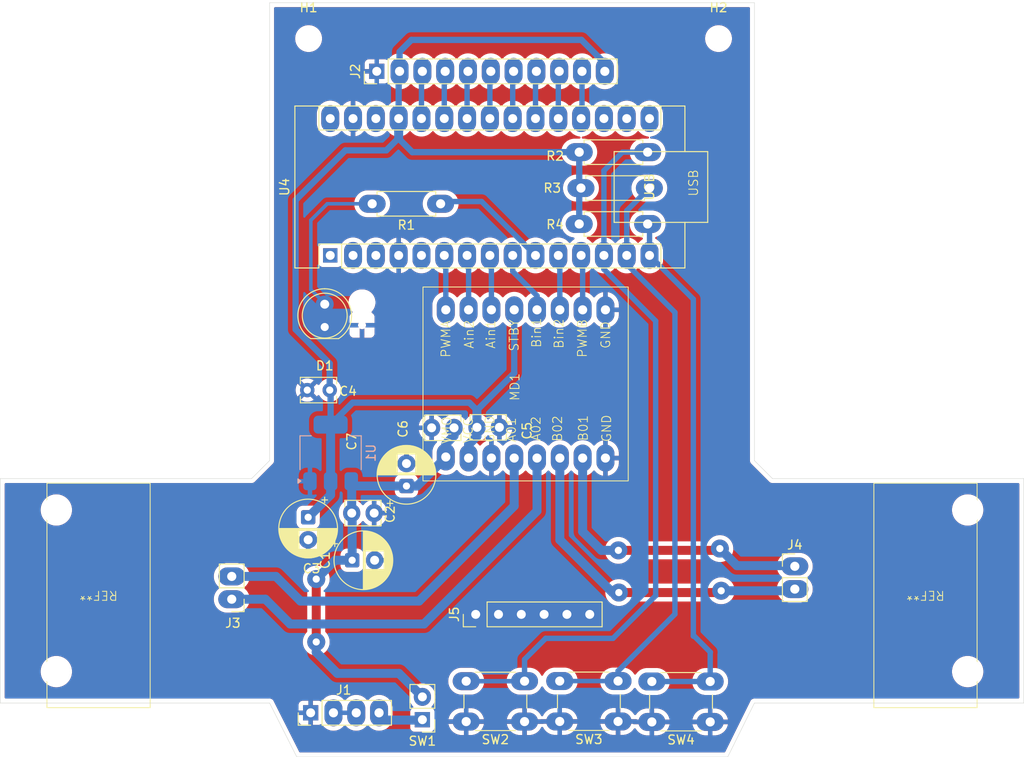
<source format=kicad_pcb>
(kicad_pcb (version 20241229) (generator "pcbnew") (generator_version "9.0")
  (layers (0 "F.Cu" signal) (2 "B.Cu" signal) (13 "F.Paste" user) (15 "B.Paste" user) (5 "F.SilkS" user "F.Silkscreen") (7 "B.SilkS" user "B.Silkscreen") (1 "F.Mask" user) (3 "B.Mask" user) (25 "Edge.Cuts" user))
  (net 0 "")
  (net 1 "/A3")
  (net 2 "/A1")
  (net 3 "/A6")
  (net 4 "/A0")
  (net 5 "/A5")
  (net 6 "/A7")
  (net 7 "/A4")
  (net 8 "GND")
  (net 9 "/A2")
  (net 10 "/Bin1")
  (net 11 "/PWMA")
  (net 12 "/MR2")
  (net 13 "/Ain2")
  (net 14 "/MR1")
  (net 15 "+5V")
  (net 16 "/ML2")
  (net 17 "/Ain1")
  (net 18 "/ML1")
  (net 19 "/Bin2")
  (net 20 "+7.5V")
  (net 21 "/PWMB")
  (net 22 "/SW1")
  (net 23 "/SW2")
  (net 24 "/SW3")
  (net 25 "Net-(D1-A)")
  (net 26 "Net-(J1-Pin_2)")
  (net 27 "Net-(J1-Pin_4)")
  (net 28 "/LED")
  (net 32 "/RX")
  (net 35 "/TX")
  (footprint "MountingHole:MountingHole_2.5mm" (layer "F.Cu") (at 173.7044 58.3524)
    (property "Reference" "H2" (at 0 -3.45 0) (layer "F.SilkS"))
    (property "Value" "MountingHole")
    (pad "" np_thru_hole circle (at 0 0) (size 2.5 2.5) (drill 2.5) (layers "*.Cu" "*.Mask"))
  )
  (footprint "Resistor_THT:R_Axial_DIN0207_L6.3mm_D2.5mm_P7.62mm_Horizontal" (layer "F.Cu") (at 165.81 71 180)
    (property "Reference" "R2" (at 10.31 -0.436 0) (layer "F.SilkS"))
    (property "Value" "10K")
    (pad "1" thru_hole oval (at 0 0 180) (size 3 2) (drill 1.02) (layers "*.Cu" "*.Mask") (net 22 "/SW1"))
    (pad "2" thru_hole oval (at 7.62 0 180) (size 3 2) (drill 1.02) (layers "*.Cu" "*.Mask") (net 15 "+5V"))
  )
  (footprint "MountingHole:MountingHole_2.5mm" (layer "F.Cu") (at 128.05 58.3524)
    (property "Reference" "H1" (at 0 -3.45 0) (layer "F.SilkS"))
    (property "Value" "MountingHole")
    (pad "" np_thru_hole circle (at 0 0) (size 2.5 2.5) (drill 2.5) (layers "*.Cu" "*.Mask"))
  )
  (footprint "prashantkicadlibrary:Motor Brackets" (layer "F.Cu") (at 196.7528 119.3688 180)
    (property "Reference" "REF**" (at 0 -1 180) (layer "F.SilkS") (effects (font (thickness 0.1))))
    (property "Value" "Motor Brackets")
    (pad "" np_thru_hole circle (at -4.7016 -9.4836 180) (size 3 3) (drill 3) (layers "*.Cu" "*.Mask"))
    (pad "" np_thru_hole circle (at -4.7016 8.5164 180) (size 3 3) (drill 3) (layers "*.Cu" "*.Mask"))
  )
  (footprint "Connector_PinHeader_2.54mm:PinHeader_1x02_P2.54mm_Vertical" (layer "F.Cu") (at 119.488 120.7912 180)
    (property "Reference" "J3" (at -0.127 -2.662 0) (layer "F.SilkS"))
    (property "Value" "Motor_Left")
    (pad "1" thru_hole oval (at 0 0 180) (size 3 2) (drill 1.02) (layers "*.Cu" "*.Mask") (net 16 "/ML2"))
    (pad "2" thru_hole oval (at 0 2.54 180) (size 3 2) (drill 1.02) (layers "*.Cu" "*.Mask") (net 18 "/ML1"))
  )
  (footprint "Button_Switch_THT:SW_PUSH_6mm" (layer "F.Cu") (at 152.1004 134.4204 180)
    (property "Reference" "SW2" (at 3.25 -2 0) (layer "F.SilkS"))
    (property "Value" "SW_Push")
    (pad "1" thru_hole oval (at 0 0 180) (size 3 2) (drill 1.02) (layers "*.Cu" "*.Mask") (net 8 "GND"))
    (pad "1" thru_hole oval (at 6.5 0 180) (size 3 2) (drill 1.02) (layers "*.Cu" "*.Mask") (net 8 "GND"))
    (pad "2" thru_hole oval (at 0 4.5 180) (size 3 2) (drill 1.02) (layers "*.Cu" "*.Mask") (net 22 "/SW1"))
    (pad "2" thru_hole oval (at 6.5 4.5 180) (size 3 2) (drill 1.02) (layers "*.Cu" "*.Mask") (net 22 "/SW1"))
  )
  (footprint "Connector_PinHeader_2.54mm:PinHeader_1x04_P2.54mm_Vertical" (layer "F.Cu") (at 128.2764 133.4404 90)
    (property "Reference" "J1" (at 2.54 3.683 180) (layer "F.SilkS"))
    (property "Value" "Power_supply")
    (pad "1" thru_hole rect (at 0 0 90) (size 1.7 1.7) (drill 1) (layers "*.Cu" "*.Mask") (net 8 "GND"))
    (pad "2" thru_hole oval (at 0 2.54 90) (size 3 2) (drill 1.02) (layers "*.Cu" "*.Mask") (net 26 "Net-(J1-Pin_2)"))
    (pad "3" thru_hole oval (at 0 5.08 90) (size 3 2) (drill 1.02) (layers "*.Cu" "*.Mask") (net 26 "Net-(J1-Pin_2)"))
    (pad "4" thru_hole oval (at 0 7.62 90) (size 3 2) (drill 1.02) (layers "*.Cu" "*.Mask") (net 27 "Net-(J1-Pin_4)"))
  )
  (footprint "Connector_PinHeader_2.54mm:PinHeader_1x02_P2.54mm_Vertical" (layer "F.Cu") (at 182.2 117.125)
    (property "Reference" "J4" (at 0 -2.38 0) (layer "F.SilkS"))
    (property "Value" "Motor_Right")
    (pad "1" thru_hole oval (at 0 0) (size 3 2) (drill 1.02) (layers "*.Cu" "*.Mask") (net 12 "/MR2"))
    (pad "2" thru_hole oval (at 0 2.54) (size 3 2) (drill 1.02) (layers "*.Cu" "*.Mask") (net 14 "/MR1"))
  )
  (footprint "Capacitor_THT:CP_Radial_D6.3mm_P2.50mm" (layer "F.Cu") (at 132.9 116.45)
    (property "Reference" "C1" (at -3.00862 0 90) (layer "F.SilkS"))
    (property "Value" "10uf")
    (pad "1" thru_hole roundrect (at 0 0) (size 1.6 1.6) (drill 0.8) (layers "*.Cu" "*.Mask") (roundrect_rratio 0.15625) (net 20 "+7.5V"))
    (pad "2" thru_hole oval (at 2.5 0) (size 1.905 2) (drill 1) (layers "*.Cu" "*.Mask") (net 8 "GND"))
  )
  (footprint "Connector_PinHeader_2.54mm:PinHeader_1x02_P2.54mm_Vertical" (layer "F.Cu") (at 140.7224 134.2074 180)
    (property "Reference" "SW1" (at 0 -2.38 0) (layer "F.SilkS"))
    (property "Value" "SW_SPST")
    (pad "1" thru_hole rect (at 0 0 180) (size 1.7 1.7) (drill 1) (layers "*.Cu" "*.Mask") (net 27 "Net-(J1-Pin_4)"))
    (pad "2" thru_hole oval (at 0 2.54 180) (size 1.905 2) (drill 1) (layers "*.Cu" "*.Mask") (net 20 "+7.5V"))
  )
  (footprint "LED_THT:LED_D5.0mm" (layer "F.Cu") (at 129.8448 90.4748 90)
    (property "Reference" "D1" (at -4.318 0 180) (layer "F.SilkS"))
    (property "Value" "LED")
    (pad "1" thru_hole rect (at 0 0 90) (size 1.8 1.8) (drill 0.9) (layers "*.Cu" "*.Mask") (net 8 "GND"))
    (pad "2" thru_hole oval (at 2.54 0 90) (size 1.905 2) (drill 1) (layers "*.Cu" "*.Mask") (net 25 "Net-(D1-A)"))
  )
  (footprint "micromouse1.0:tbfng motor driver" (layer "F.Cu") (at 152.2192 97.45 90)
    (property "Reference" "MD1" (at 0.3 -1.2 90) (layer "F.SilkS") (effects (font (thickness 0.1))))
    (property "Value" "~")
    (fp_text user "GND" (at 4.5 9.5 90) (layer "F.SilkS") (effects (font (thickness 0.1)) (justify left bottom)))
    (fp_text user "PWMA" (at 3.5 -8.3 90) (layer "F.SilkS") (effects (font (thickness 0.1)) (justify left bottom)))
    (fp_text user "B01" (at -5.8 7 90) (layer "F.SilkS") (effects (font (thickness 0.1)) (justify left bottom)))
    (fp_text user "Bin1" (at 4.6 1.8 90) (layer "F.SilkS") (effects (font (thickness 0.1)) (justify left bottom)))
    (fp_text user "A02" (at -5.8 1.740482 90) (layer "F.SilkS") (effects (font (thickness 0.1)) (justify left bottom)))
    (fp_text user "STBY" (at 4.2 -0.7 90) (layer "F.SilkS") (effects (font (thickness 0.1)) (justify left bottom)))
    (fp_text user "B02" (at -5.86064 4.135764 90) (layer "F.SilkS") (effects (font (thickness 0.1)) (justify left bottom)))
    (fp_text user "Bin2" (at 4.5 4.3 90) (layer "F.SilkS") (effects (font (thickness 0.1)) (justify left bottom)))
    (fp_text user "PWMB" (at 3.5 6.9 90) (layer "F.SilkS") (effects (font (thickness 0.1)) (justify left bottom)))
    (fp_text user "VMO" (at -6.1 -8.2 90) (layer "F.SilkS") (effects (font (thickness 0.1)) (justify left bottom)))
    (fp_text user "A01" (at -5.927114 -1.006122 90) (layer "F.SilkS") (effects (font (thickness 0.1)) (justify left bottom)))
    (fp_text user "Ain1" (at 4.5 -3.3 90) (layer "F.SilkS") (effects (font (thickness 0.1)) (justify left bottom)))
    (fp_text user "GND" (at -5.986263 -3.401675 90) (layer "F.SilkS") (effects (font (thickness 0.1)) (justify left bottom)))
    (fp_text user "Ain2" (at 4.5 -5.7 90) (layer "F.SilkS") (effects (font (thickness 0.1)) (justify left bottom)))
    (fp_text user "GND" (at -5.9 9.6 90) (layer "F.SilkS") (effects (font (thickness 0.1)) (justify left bottom)))
    (fp_text user "VCC" (at -6.021405 -5.809036 90) (layer "F.SilkS") (effects (font (thickness 0.1)) (justify left bottom)))
    (pad "1" thru_hole oval (at -7.5 -8.89 90) (size 3 2) (drill 1.02) (layers "*.Cu" "*.Mask") (net 20 "+7.5V"))
    (pad "2" thru_hole oval (at -7.62 -6.35 90) (size 3 2) (drill 1.02) (layers "*.Cu" "*.Mask") (net 15 "+5V"))
    (pad "3" thru_hole oval (at -7.62 -3.81 90) (size 3 2) (drill 1.02) (layers "*.Cu" "*.Mask") (net 8 "GND"))
    (pad "4" thru_hole oval (at -7.62 -1.27 90) (size 3 2) (drill 1.02) (layers "*.Cu" "*.Mask") (net 18 "/ML1"))
    (pad "5" thru_hole oval (at -7.62 1.27 90) (size 3 2) (drill 1.02) (layers "*.Cu" "*.Mask") (net 16 "/ML2"))
    (pad "6" thru_hole oval (at -7.62 3.81 90) (size 3 2) (drill 1.02) (layers "*.Cu" "*.Mask") (net 14 "/MR1"))
    (pad "7" thru_hole oval (at -7.62 6.35 90) (size 3 2) (drill 1.02) (layers "*.Cu" "*.Mask") (net 12 "/MR2"))
    (pad "8" thru_hole oval (at -7.62 8.89 90) (size 3 2) (drill 1.02) (layers "*.Cu" "*.Mask") (net 8 "GND"))
    (pad "9" thru_hole oval (at 8.89 8.89 90) (size 3 2) (drill 1.02) (layers "*.Cu" "*.Mask") (net 8 "GND"))
    (pad "10" thru_hole oval (at 8.89 6.35 90) (size 3 2) (drill 1.02) (layers "*.Cu" "*.Mask") (net 21 "/PWMB"))
    (pad "11" thru_hole oval (at 8.89 3.81 90) (size 3 2) (drill 1.02) (layers "*.Cu" "*.Mask") (net 19 "/Bin2"))
    (pad "12" thru_hole oval (at 8.89 1.27 90) (size 3 2) (drill 1.02) (layers "*.Cu" "*.Mask") (net 10 "/Bin1"))
    (pad "13" thru_hole oval (at 8.89 -1.27 90) (size 3 2) (drill 1.02) (layers "*.Cu" "*.Mask") (net 15 "+5V"))
    (pad "14" thru_hole oval (at 8.89 -3.81 90) (size 3 2) (drill 1.02) (layers "*.Cu" "*.Mask") (net 17 "/Ain1"))
    (pad "15" thru_hole oval (at 8.89 -6.35 90) (size 3 2) (drill 1.02) (layers "*.Cu" "*.Mask") (net 13 "/Ain2"))
    (pad "16" thru_hole oval (at 8.89 -8.89 90) (size 3 2) (drill 1.02) (layers "*.Cu" "*.Mask") (net 11 "/PWMA"))
  )
  (footprint "Capacitor_THT:C_Disc_D3.8mm_W2.6mm_P2.50mm" (layer "F.Cu") (at 149.3 101.65 180)
    (property "Reference" "C5" (at -3.068 -0.381 90) (layer "F.SilkS"))
    (property "Value" "100nf")
    (pad "1" thru_hole oval (at 0 0 180) (size 1.905 2) (drill 1) (layers "*.Cu" "*.Mask") (net 8 "GND"))
    (pad "2" thru_hole oval (at 2.5 0 180) (size 1.905 2) (drill 1) (layers "*.Cu" "*.Mask") (net 15 "+5V"))
  )
  (footprint "Resistor_THT:R_Axial_DIN0207_L6.3mm_D2.5mm_P7.62mm_Horizontal" (layer "F.Cu") (at 166 75 180)
    (property "Reference" "R3" (at 10.81 0 0) (layer "F.SilkS"))
    (property "Value" "10K")
    (pad "1" thru_hole oval (at 0 0 180) (size 3 2) (drill 1.02) (layers "*.Cu" "*.Mask") (net 23 "/SW2"))
    (pad "2" thru_hole oval (at 7.62 0 180) (size 3 2) (drill 1.02) (layers "*.Cu" "*.Mask") (net 15 "+5V"))
  )
  (footprint "Resistor_THT:R_Axial_DIN0207_L6.3mm_D2.5mm_P7.62mm_Horizontal" (layer "F.Cu") (at 165.81 79 180)
    (property "Reference" "R4" (at 10.31 -0.064 0) (layer "F.SilkS"))
    (property "Value" "10K")
    (pad "1" thru_hole oval (at 0 0 180) (size 3 2) (drill 1.02) (layers "*.Cu" "*.Mask") (net 24 "/SW3"))
    (pad "2" thru_hole oval (at 7.62 0 180) (size 3 2) (drill 1.02) (layers "*.Cu" "*.Mask") (net 15 "+5V"))
  )
  (footprint "Capacitor_THT:C_Disc_D3.8mm_W2.6mm_P2.50mm" (layer "F.Cu") (at 132.85 111.2)
    (property "Reference" "C2" (at 4.27038 0.127 90) (layer "F.SilkS"))
    (property "Value" "100nf")
    (pad "1" thru_hole oval (at 0 0) (size 1.905 2) (drill 1) (layers "*.Cu" "*.Mask") (net 20 "+7.5V"))
    (pad "2" thru_hole oval (at 2.5 0) (size 1.905 2) (drill 1) (layers "*.Cu" "*.Mask") (net 8 "GND"))
  )
  (footprint "Capacitor_THT:CP_Radial_D6.3mm_P2.50mm" (layer "F.Cu") (at 128 111.667621 -90)
    (property "Reference" "C3" (at 5.715 -0.381 0) (layer "F.SilkS"))
    (property "Value" "10uF")
    (pad "1" thru_hole roundrect (at 0 0 270) (size 1.6 1.6) (drill 0.8) (layers "*.Cu" "*.Mask") (roundrect_rratio 0.15625) (net 15 "+5V"))
    (pad "2" thru_hole oval (at 2.5 0 270) (size 1.905 2) (drill 1) (layers "*.Cu" "*.Mask") (net 8 "GND"))
  )
  (footprint "Capacitor_THT:C_Disc_D3.8mm_W2.6mm_P2.50mm" (layer "F.Cu") (at 130.4014 97.5 180)
    (property "Reference" "C4" (at -2.032 -0.127 0) (layer "F.SilkS"))
    (property "Value" "100nf")
    (pad "1" thru_hole circle (at 0 0 180) (size 1.6 1.6) (drill 0.8) (layers "*.Cu" "*.Mask") (net 15 "+5V"))
    (pad "2" thru_hole circle (at 2.5 0 180) (size 1.6 1.6) (drill 0.8) (layers "*.Cu" "*.Mask") (net 8 "GND"))
  )
  (footprint "Connector_PinHeader_2.54mm:PinHeader_1x06_P2.54mm_Vertical" (layer "F.Cu") (at 146.6596 122.4788 90)
    (property "Reference" "J5" (at 0 -2.38 90) (layer "F.SilkS"))
    (property "Value" "Conn_01x06_Socket")
    (pad "1" thru_hole rect (at 0 0 90) (size 1.7 1.7) (drill 1) (layers "*.Cu" "*.Mask"))
    (pad "2" thru_hole circle (at 0 2.54 90) (size 1.7 1.7) (drill 1) (layers "*.Cu" "*.Mask") (net 32 "/RX"))
    (pad "3" thru_hole circle (at 0 5.08 90) (size 1.7 1.7) (drill 1) (layers "*.Cu" "*.Mask") (net 35 "/TX"))
    (pad "4" thru_hole circle (at 0 7.62 90) (size 1.7 1.7) (drill 1) (layers "*.Cu" "*.Mask") (net 8 "GND"))
    (pad "5" thru_hole circle (at 0 10.16 90) (size 1.7 1.7) (drill 1) (layers "*.Cu" "*.Mask") (net 15 "+5V"))
    (pad "6" thru_hole circle (at 0 12.7 90) (size 1.7 1.7) (drill 1) (layers "*.Cu" "*.Mask"))
  )
  (footprint "Resistor_THT:R_Axial_DIN0207_L6.3mm_D2.5mm_P7.62mm_Horizontal" (layer "F.Cu") (at 142.75 76.75 180)
    (property "Reference" "R1" (at 3.81 -2.37 0) (layer "F.SilkS"))
    (property "Value" "100")
    (pad "1" thru_hole oval (at 0 0 180) (size 3 2) (drill 1.02) (layers "*.Cu" "*.Mask") (net 28 "/LED"))
    (pad "2" thru_hole oval (at 7.62 0 180) (size 3 2) (drill 1.02) (layers "*.Cu" "*.Mask") (net 25 "Net-(D1-A)"))
  )
  (footprint "Capacitor_THT:CP_Radial_D6.3mm_P2.50mm" (layer "F.Cu") (at 138.95 108.18238 90)
    (property "Reference" "C7" (at 4.953 -6.096 90) (layer "F.SilkS"))
    (property "Value" "100uf")
    (pad "1" thru_hole roundrect (at 0 0 90) (size 1.6 1.6) (drill 0.8) (layers "*.Cu" "*.Mask") (roundrect_rratio 0.15625) (net 20 "+7.5V"))
    (pad "2" thru_hole oval (at 2.5 0 90) (size 1.905 2) (drill 1) (layers "*.Cu" "*.Mask") (net 8 "GND"))
  )
  (footprint "prashantkicadlibrary:Motor Brackets" (layer "F.Cu") (at 104.656 119.3688 180)
    (property "Reference" "REF**" (at 0 -1 180) (layer "F.SilkS") (effects (font (thickness 0.1))))
    (property "Value" "Motor Brackets")
    (pad "" np_thru_hole circle (at 4.7016 -9.4836 180) (size 3 3) (drill 3) (layers "*.Cu" "*.Mask"))
    (pad "" np_thru_hole circle (at 4.7016 8.5164 180) (size 3 3) (drill 3) (layers "*.Cu" "*.Mask"))
  )
  (footprint "Connector_PinHeader_2.54mm:PinHeader_1x11_P2.54mm_Vertical" (layer "F.Cu") (at 135.64 62 90)
    (property "Reference" "J2" (at 0 -2.38 90) (layer "F.SilkS"))
    (property "Value" "Conn_01x11_Pin")
    (pad "1" thru_hole rect (at 0 0 90) (size 1.7 1.7) (drill 1) (layers "*.Cu" "*.Mask") (net 8 "GND"))
    (pad "2" thru_hole oval (at 0 2.54 90) (size 3 2) (drill 1.02) (layers "*.Cu" "*.Mask") (net 15 "+5V"))
    (pad "3" thru_hole oval (at 0 5.08 90) (size 3 2) (drill 1.02) (layers "*.Cu" "*.Mask") (net 6 "/A7"))
    (pad "4" thru_hole oval (at 0 7.62 90) (size 3 2) (drill 1.02) (layers "*.Cu" "*.Mask") (net 3 "/A6"))
    (pad "5" thru_hole oval (at 0 10.16 90) (size 3 2) (drill 1.02) (layers "*.Cu" "*.Mask") (net 5 "/A5"))
    (pad "6" thru_hole oval (at 0 12.7 90) (size 3 2) (drill 1.02) (layers "*.Cu" "*.Mask") (net 7 "/A4"))
    (pad "7" thru_hole oval (at 0 15.24 90) (size 3 2) (drill 1.02) (layers "*.Cu" "*.Mask") (net 1 "/A3"))
    (pad "8" thru_hole oval (at 0 17.78 90) (size 3 2) (drill 1.02) (layers "*.Cu" "*.Mask") (net 9 "/A2"))
    (pad "9" thru_hole oval (at 0 20.32 90) (size 3 2) (drill 1.02) (layers "*.Cu" "*.Mask") (net 2 "/A1"))
    (pad "10" thru_hole oval (at 0 22.86 90) (size 3 2) (drill 1.02) (layers "*.Cu" "*.Mask") (net 4 "/A0"))
    (pad "11" thru_hole oval (at 0 25.4 90) (size 3 2) (drill 1.02) (layers "*.Cu" "*.Mask") (net 15 "+5V"))
  )
  (footprint "Capacitor_THT:C_Disc_D3.8mm_W2.6mm_P2.50mm" (layer "F.Cu") (at 144.25 101.7 180)
    (property "Reference" "C6" (at 5.695 -0.127 90) (layer "F.SilkS"))
    (property "Value" "100nf")
    (pad "1" thru_hole oval (at 0 0 180) (size 1.905 2) (drill 1) (layers "*.Cu" "*.Mask") (net 20 "+7.5V"))
    (pad "2" thru_hole oval (at 2.5 0 180) (size 1.905 2) (drill 1) (layers "*.Cu" "*.Mask") (net 8 "GND"))
  )
  (footprint "Button_Switch_THT:SW_PUSH_6mm" (layer "F.Cu") (at 172.7772 134.4564 180)
    (property "Reference" "SW4" (at 3.25 -2 0) (layer "F.SilkS"))
    (property "Value" "SW_Push")
    (pad "1" thru_hole oval (at 0 0 180) (size 3 2) (drill 1.02) (layers "*.Cu" "*.Mask") (net 8 "GND"))
    (pad "1" thru_hole oval (at 6.5 0 180) (size 3 2) (drill 1.02) (layers "*.Cu" "*.Mask") (net 8 "GND"))
    (pad "2" thru_hole oval (at 0 4.5 180) (size 3 2) (drill 1.02) (layers "*.Cu" "*.Mask") (net 24 "/SW3"))
    (pad "2" thru_hole oval (at 6.5 4.5 180) (size 3 2) (drill 1.02) (layers "*.Cu" "*.Mask") (net 24 "/SW3"))
  )
  (footprint "Module:Arduino_Nano" (layer "F.Cu") (at 130.46 82.5 90)
    (property "Reference" "U4" (at 7.62 -5.08 90) (layer "F.SilkS"))
    (property "Value" "ARDUINO_NANO")
    (fp_text user "USB" (at 7.62 35.56 90) (layer "F.SilkS"))
    (pad "1" thru_hole rect (at 0 0 90) (size 1.6 1.6) (drill 1) (layers "*.Cu" "*.Mask") (net 32 "/RX"))
    (pad "2" thru_hole oval (at 0 2.54 90) (size 3 2) (drill 1) (layers "*.Cu" "*.Mask") (net 35 "/TX"))
    (pad "3" thru_hole oval (at 0 5.08 90) (size 3 2) (drill 1) (layers "*.Cu" "*.Mask"))
    (pad "4" thru_hole oval (at 0 7.62 90) (size 3 2) (drill 1) (layers "*.Cu" "*.Mask") (net 8 "GND"))
    (pad "5" thru_hole oval (at 0 10.16 90) (size 3 2) (drill 1) (layers "*.Cu" "*.Mask"))
    (pad "6" thru_hole oval (at 0 12.7 90) (size 3 2) (drill 1) (layers "*.Cu" "*.Mask") (net 11 "/PWMA"))
    (pad "7" thru_hole oval (at 0 15.24 90) (size 3 2) (drill 1) (layers "*.Cu" "*.Mask") (net 13 "/Ain2"))
    (pad "8" thru_hole oval (at 0 17.78 90) (size 3 2) (drill 1) (layers "*.Cu" "*.Mask") (net 17 "/Ain1"))
    (pad "9" thru_hole oval (at 0 20.32 90) (size 3 2) (drill 1) (layers "*.Cu" "*.Mask") (net 10 "/Bin1"))
    (pad "10" thru_hole oval (at 0 22.86 90) (size 3 2) (drill 1) (layers "*.Cu" "*.Mask") (net 28 "/LED"))
    (pad "11" thru_hole oval (at 0 25.4 90) (size 3 2) (drill 1) (layers "*.Cu" "*.Mask") (net 19 "/Bin2"))
    (pad "12" thru_hole oval (at 0 27.94 90) (size 3 2) (drill 1) (layers "*.Cu" "*.Mask") (net 21 "/PWMB"))
    (pad "13" thru_hole oval (at 0 30.48 90) (size 3 2) (drill 1) (layers "*.Cu" "*.Mask") (net 22 "/SW1"))
    (pad "14" thru_hole oval (at 0 33.02 90) (size 3 2) (drill 1) (layers "*.Cu" "*.Mask") (net 23 "/SW2"))
    (pad "15" thru_hole oval (at 0 35.56 90) (size 3 2) (drill 1) (layers "*.Cu" "*.Mask") (net 24 "/SW3"))
    (pad "16" thru_hole oval (at 15.24 35.56 90) (size 3 2) (drill 1) (layers "*.Cu" "*.Mask"))
    (pad "17" thru_hole oval (at 15.24 33.02 90) (size 3 2) (drill 1) (layers "*.Cu" "*.Mask"))
    (pad "18" thru_hole oval (at 15.24 30.48 90) (size 3 2) (drill 1) (layers "*.Cu" "*.Mask"))
    (pad "19" thru_hole oval (at 15.24 27.94 90) (size 3 2) (drill 1) (layers "*.Cu" "*.Mask") (net 4 "/A0"))
    (pad "20" thru_hole oval (at 15.24 25.4 90) (size 3 2) (drill 1) (layers "*.Cu" "*.Mask") (net 2 "/A1"))
    (pad "21" thru_hole oval (at 15.24 22.86 90) (size 3 2) (drill 1) (layers "*.Cu" "*.Mask") (net 9 "/A2"))
    (pad "22" thru_hole oval (at 15.24 20.32 90) (size 3 2) (drill 1) (layers "*.Cu" "*.Mask") (net 1 "/A3"))
    (pad "23" thru_hole oval (at 15.24 17.78 90) (size 3 2) (drill 1) (layers "*.Cu" "*.Mask") (net 7 "/A4"))
    (pad "24" thru_hole oval (at 15.24 15.24 90) (size 3 2) (drill 1) (layers "*.Cu" "*.Mask") (net 5 "/A5"))
    (pad "25" thru_hole oval (at 15.24 12.7 90) (size 3 2) (drill 1) (layers "*.Cu" "*.Mask") (net 3 "/A6"))
    (pad "26" thru_hole oval (at 15.24 10.16 90) (size 3 2) (drill 1) (layers "*.Cu" "*.Mask") (net 6 "/A7"))
    (pad "27" thru_hole oval (at 15.24 7.62 90) (size 3 2) (drill 1) (layers "*.Cu" "*.Mask") (net 15 "+5V"))
    (pad "28" thru_hole oval (at 15.24 5.08 90) (size 3 2) (drill 1) (layers "*.Cu" "*.Mask"))
    (pad "29" thru_hole oval (at 15.24 2.54 90) (size 3 2) (drill 1) (layers "*.Cu" "*.Mask") (net 8 "GND"))
    (pad "30" thru_hole oval (at 15.24 0 90) (size 3 2) (drill 1) (layers "*.Cu" "*.Mask"))
  )
  (footprint "Button_Switch_THT:SW_PUSH_6mm" (layer "F.Cu") (at 162.5156 134.4056 180)
    (property "Reference" "SW3" (at 3.25 -2 0) (layer "F.SilkS"))
    (property "Value" "SW_Push")
    (pad "1" thru_hole oval (at 0 0 180) (size 3 2) (drill 1.02) (layers "*.Cu" "*.Mask") (net 8 "GND"))
    (pad "1" thru_hole oval (at 6.5 0 180) (size 3 2) (drill 1.02) (layers "*.Cu" "*.Mask") (net 8 "GND"))
    (pad "2" thru_hole oval (at 0 4.5 180) (size 3 2) (drill 1.02) (layers "*.Cu" "*.Mask") (net 23 "/SW2"))
    (pad "2" thru_hole oval (at 6.5 4.5 180) (size 3 2) (drill 1.02) (layers "*.Cu" "*.Mask") (net 23 "/SW2"))
  )
  (footprint "Package_TO_SOT_SMD:SOT-223-3_TabPin2" (layer "B.Cu") (at 130.5 104.5 180)
    (property "Reference" "U1" (at -4.5 0 90) (layer "B.SilkS") (effects (justify mirror)))
    (property "Value" "AMS1117-5.0")
    (pad "1" smd roundrect (at 2.3 -3.15 270) (size 2 1.5) (layers "B.Cu" "B.Mask" "B.Paste") (net 8 "GND"))
    (pad "2" smd roundrect (at 0 -3.15 270) (size 2 1.5) (layers "B.Cu" "B.Mask" "B.Paste") (net 15 "+5V"))
    (pad "2" smd roundrect (at 0 3.15 270) (size 2 3.8) (layers "B.Cu" "B.Mask" "B.Paste") (net 15 "+5V"))
    (pad "3" smd roundrect (at -2.3 -3.15 270) (size 2 1.5) (layers "B.Cu" "B.Mask" "B.Paste") (net 20 "+7.5V"))
  )
  (gr_line (start 177.7044 105.3524) (end 179.7044 107.3524) (stroke (width 0.05)) (layer "Edge.Cuts"))
  (gr_line (start 93.7044 132.3524) (end 123.7044 132.3524) (stroke (width 0.05)) (layer "Edge.Cuts"))
  (gr_line (start 179.7044 107.3524) (end 207.7044 107.3524) (stroke (width 0.05)) (layer "Edge.Cuts"))
  (gr_line (start 123.7044 54.3524) (end 177.7044 54.3524) (stroke (width 0.05)) (layer "Edge.Cuts"))
  (gr_line (start 123.7044 54.3524) (end 123.7044 105.3524) (stroke (width 0.05)) (layer "Edge.Cuts"))
  (gr_line (start 121.7044 107.3524) (end 123.7044 105.3524) (stroke (width 0.05)) (layer "Edge.Cuts"))
  (gr_line (start 126.73 138.3524) (end 123.7044 132.3524) (stroke (width 0.05)) (layer "Edge.Cuts"))
  (gr_line (start 177.7044 54.3524) (end 177.7044 105.3524) (stroke (width 0.05)) (layer "Edge.Cuts"))
  (gr_line (start 177.7044 132.3524) (end 174.73 138.3524) (stroke (width 0.05)) (layer "Edge.Cuts"))
  (gr_line (start 177.7044 132.3524) (end 207.7044 132.3524) (stroke (width 0.05)) (layer "Edge.Cuts"))
  (gr_line (start 93.7044 107.3524) (end 93.7044 132.3524) (stroke (width 0.05)) (layer "Edge.Cuts"))
  (gr_line (start 126.73 138.3524) (end 174.73 138.3524) (stroke (width 0.05)) (layer "Edge.Cuts"))
  (gr_line (start 121.7044 107.3524) (end 93.7044 107.3524) (stroke (width 0.05)) (layer "Edge.Cuts"))
  (gr_line (start 207.7044 107.3524) (end 207.7044 132.3524) (stroke (width 0.05)) (layer "Edge.Cuts"))
  (gr_text "USB" (at 171.5 76 90) (layer "F.SilkS") (effects (font (size 1 1) (thickness 0.1)) (justify left bottom)))
  (segment (start 150.78 62.1) (end 150.88 62) (width 0.4) (layer "B.Cu") (net 1))
  (segment (start 150.78 67.26) (end 150.78 62.1) (width 0.6) (layer "B.Cu") (net 1))
  (segment (start 155.86 62.1) (end 155.96 62) (width 0.4) (layer "B.Cu") (net 2))
  (segment (start 155.86 67.26) (end 155.86 62.1) (width 0.6) (layer "B.Cu") (net 2))
  (segment (start 143.16 67.26) (end 143.16 62.1) (width 0.6) (layer "B.Cu") (net 3))
  (segment (start 143.16 62.1) (end 143.26 62) (width 0.4) (layer "B.Cu") (net 3))
  (segment (start 158.4 67.26) (end 158.5 67.16) (width 0.4) (layer "B.Cu") (net 4))
  (segment (start 158.5 67.16) (end 158.5 62) (width 0.6) (layer "B.Cu") (net 4))
  (segment (start 145.7 67.26) (end 145.7 62.1) (width 0.6) (layer "B.Cu") (net 5))
  (segment (start 145.7 62.1) (end 145.8 62) (width 0.4) (layer "B.Cu") (net 5))
  (segment (start 140.62 62.1) (end 140.72 62) (width 0.4) (layer "B.Cu") (net 6))
  (segment (start 140.62 67.26) (end 140.62 62.1) (width 0.6) (layer "B.Cu") (net 6))
  (segment (start 148.24 62.1) (end 148.34 62) (width 0.4) (layer "B.Cu") (net 7))
  (segment (start 148.24 67.26) (end 148.24 62.1) (width 0.6) (layer "B.Cu") (net 7))
  (segment (start 153.32 62.1) (end 153.42 62) (width 0.4) (layer "B.Cu") (net 9))
  (segment (start 153.32 67.26) (end 153.32 62.1) (width 0.6) (layer "B.Cu") (net 9))
  (segment (start 150.78 84.28) (end 150.78 82.5) (width 0.6) (layer "B.Cu") (net 10))
  (segment (start 153.4892 86.9892) (end 150.78 84.28) (width 0.6) (layer "B.Cu") (net 10))
  (segment (start 153.4892 88.61) (end 153.4892 86.9892) (width 0.6) (layer "B.Cu") (net 10))
  (segment (start 143.3292 88.61) (end 143.3292 82.6692) (width 0.6) (layer "B.Cu") (net 11))
  (segment (start 143.3292 82.6692) (end 143.16 82.5) (width 0.6) (layer "B.Cu") (net 11))
  (segment (start 173.65 115.35) (end 173.85 115.15) (width 1) (layer "F.Cu") (net 12))
  (segment (start 162.55 115.35) (end 173.65 115.35) (width 1) (layer "F.Cu") (net 12))
  (via (at 162.55 115.35) (size 2) (drill 0.8) (layers "F.Cu" "B.Cu") (net 12))
  (via (at 173.85 115.15) (size 2) (drill 0.8) (layers "F.Cu" "B.Cu") (net 12))
  (segment (start 173.85 115.15) (end 175.75 117.05) (width 1) (layer "B.Cu") (net 12))
  (segment (start 175.75 117.05) (end 182.125 117.05) (width 1) (layer "B.Cu") (net 12))
  (segment (start 182.125 117.05) (end 182.2 117.125) (width 1) (layer "B.Cu") (net 12))
  (segment (start 160.65 115.35) (end 158.5692 113.2692) (width 1) (layer "B.Cu") (net 12))
  (segment (start 162.55 115.35) (end 160.65 115.35) (width 1) (layer "B.Cu") (net 12))
  (segment (start 158.5692 113.2692) (end 158.5692 105.12) (width 1) (layer "B.Cu") (net 12))
  (segment (start 145.8692 82.6692) (end 145.7 82.5) (width 0.6) (layer "B.Cu") (net 13))
  (segment (start 145.8692 88.61) (end 145.8692 82.6692) (width 0.6) (layer "B.Cu") (net 13))
  (segment (start 173.8 119.85) (end 174 119.85) (width 1) (layer "F.Cu") (net 14))
  (segment (start 162.6 120.05) (end 173.6 120.05) (width 1) (layer "F.Cu") (net 14))
  (segment (start 173.6 120.05) (end 173.8 119.85) (width 1) (layer "F.Cu") (net 14))
  (via (at 174 119.85) (size 2) (drill 0.8) (layers "F.Cu" "B.Cu") (net 14))
  (via (at 162.6 120.05) (size 2) (drill 0.8) (layers "F.Cu" "B.Cu") (net 14))
  (segment (start 182.015 119.85) (end 182.2 119.665) (width 1) (layer "B.Cu") (net 14))
  (segment (start 162.6 120.05) (end 161.9 120.05) (width 1) (layer "B.Cu") (net 14))
  (segment (start 161.9 120.05) (end 156.0292 114.1792) (width 1) (layer "B.Cu") (net 14))
  (segment (start 156.0292 114.1792) (end 156.0292 105.12) (width 1) (layer "B.Cu") (net 14))
  (segment (start 174 119.85) (end 182.015 119.85) (width 1) (layer "B.Cu") (net 14))
  (segment (start 158.44 58.5) (end 139.5 58.5) (width 0.7) (layer "B.Cu") (net 15))
  (segment (start 158.19 71) (end 139.6 71) (width 0.7) (layer "B.Cu") (net 15))
  (segment (start 128 111.667621) (end 130.5 109.167621) (width 1) (layer "B.Cu") (net 15))
  (segment (start 150.9492 95.5958) (end 150.9492 88.56) (width 0.7) (layer "B.Cu") (net 15))
  (segment (start 145.955 98.9) (end 146.8 99.745) (width 0.7) (layer "B.Cu") (net 15))
  (segment (start 138.18 59.82) (end 138.18 62) (width 0.7) (layer "B.Cu") (net 15))
  (segment (start 130.4014 94.5394) (end 126.6 90.738) (width 0.7) (layer "B.Cu") (net 15))
  (segment (start 130.5 109.167621) (end 130.5 107.65) (width 1) (layer "B.Cu") (net 15))
  (segment (start 146.8 101.65) (end 146.8 99.745) (width 1) (layer "B.Cu") (net 15))
  (segment (start 138.08 62.1) (end 138.18 62) (width 0.7) (layer "B.Cu") (net 15))
  (segment (start 138.08 69.48) (end 138.08 69.42) (width 0.7) (layer "B.Cu") (net 15))
  (segment (start 132.145133 70.8) (end 136.7 70.8) (width 0.7) (layer "B.Cu") (net 15))
  (segment (start 139.5 58.5) (end 138.18 59.82) (width 0.7) (layer "B.Cu") (net 15))
  (segment (start 158.19 71) (end 158.19 74.81) (width 0.7) (layer "B.Cu") (net 15))
  (segment (start 161.04 61.1) (end 158.44 58.5) (width 0.7) (layer "B.Cu") (net 15))
  (segment (start 132.95 98.9) (end 145.955 98.9) (width 0.7) (layer "B.Cu") (net 15))
  (segment (start 145.8692 105.07) (end 145.8692 103.57) (width 1) (layer "B.Cu") (net 15))
  (segment (start 138.08 67.26) (end 138.08 62.1) (width 0.7) (layer "B.Cu") (net 15))
  (segment (start 130.5 101.35) (end 130.5 97.5986) (width 0.7) (layer "B.Cu") (net 15))
  (segment (start 161.04 62) (end 161.04 61.1) (width 0.7) (layer "B.Cu") (net 15))
  (segment (start 145.8692 103.57) (end 146.8 102.6392) (width 1) (layer "B.Cu") (net 15))
  (segment (start 130.5 101.35) (end 132.95 98.9) (width 0.7) (layer "B.Cu") (net 15))
  (segment (start 138.08 69.42) (end 138.08 67.26) (width 1) (layer "B.Cu") (net 15))
  (segment (start 126.6 76.345133) (end 132.145133 70.8) (width 0.7) (layer "B.Cu") (net 15))
  (segment (start 146.8 102.6392) (end 146.8 101.65) (width 1) (layer "B.Cu") (net 15))
  (segment (start 158.19 75.19) (end 158.38 75) (width 0.7) (layer "B.Cu") (net 15))
  (segment (start 130.4014 97.5) (end 130.4014 94.5394) (width 0.7) (layer "B.Cu") (net 15))
  (segment (start 158.19 79) (end 158.19 75.19) (width 0.7) (layer "B.Cu") (net 15))
  (segment (start 139.6 71) (end 138.08 69.48) (width 0.7) (layer "B.Cu") (net 15))
  (segment (start 130.5 97.5986) (end 130.4014 97.5) (width 0.7) (layer "B.Cu") (net 15))
  (segment (start 130.5 107.65) (end 130.5 101.35) (width 1) (layer "B.Cu") (net 15))
  (segment (start 136.7 70.8) (end 138.08 69.42) (width 0.7) (layer "B.Cu") (net 15))
  (segment (start 146.8 99.745) (end 150.9492 95.5958) (width 0.7) (layer "B.Cu") (net 15))
  (segment (start 158.19 74.81) (end 158.38 75) (width 0.7) (layer "B.Cu") (net 15))
  (segment (start 126.6 90.738) (end 126.6 76.345133) (width 0.7) (layer "B.Cu") (net 15))
  (segment (start 123.2412 120.7912) (end 119.488 120.7912) (width 1) (layer "B.Cu") (net 16))
  (segment (start 140.9 123.55) (end 126 123.55) (width 1) (layer "B.Cu") (net 16))
  (segment (start 153.4892 110.9608) (end 140.9 123.55) (width 1) (layer "B.Cu") (net 16))
  (segment (start 119.6404 120.7912) (end 119.5388 120.7912) (width 1) (layer "B.Cu") (net 16))
  (segment (start 153.4892 105.12) (end 153.4892 110.9608) (width 1) (layer "B.Cu") (net 16))
  (segment (start 126 123.55) (end 123.2412 120.7912) (width 1) (layer "B.Cu") (net 16))
  (segment (start 119.9452 121.096) (end 119.6404 120.7912) (width 1) (layer "B.Cu") (net 16))
  (segment (start 148.4092 82.6692) (end 148.24 82.5) (width 0.6) (layer "B.Cu") (net 17))
  (segment (start 148.4092 88.61) (end 148.4092 82.6692) (width 0.6) (layer "B.Cu") (net 17))
  (segment (start 150.9492 105.12) (end 150.9492 110.4008) (width 1) (layer "B.Cu") (net 18))
  (segment (start 140.35 121) (end 127.15 121) (width 1) (layer "B.Cu") (net 18))
  (segment (start 124.4012 118.2512) (end 119.488 118.2512) (width 1) (layer "B.Cu") (net 18))
  (segment (start 150.9492 110.4008) (end 140.35 121) (width 1) (layer "B.Cu") (net 18))
  (segment (start 127.15 121) (end 124.4012 118.2512) (width 1) (layer "B.Cu") (net 18))
  (segment (start 156.0292 88.61) (end 156.0292 82.6692) (width 0.6) (layer "B.Cu") (net 19))
  (segment (start 156.0292 82.6692) (end 155.86 82.5) (width 0.6) (layer "B.Cu") (net 19))
  (segment (start 140.7224 131.764) (end 140.9256 131.9672) (width 1) (layer "F.Cu") (net 20))
  (segment (start 128.9 118.55) (end 128.9 125.55) (width 1) (layer "F.Cu") (net 20))
  (via (at 128.9 118.55) (size 2) (drill 0.8) (layers "F.Cu" "B.Cu") (net 20))
  (via (at 128.9 125.55) (size 2) (drill 0.8) (layers "F.Cu" "B.Cu") (net 20))
  (segment (start 132.9 116.45) (end 132.9 111.25) (width 1) (layer "B.Cu") (net 20))
  (segment (start 132.9 116.45) (end 131 116.45) (width 1) (layer "B.Cu") (net 20))
  (segment (start 128.9 125.55) (end 128.9 126.7) (width 1) (layer "B.Cu") (net 20))
  (segment (start 132.85 111.2) (end 132.85 107.7) (width 1) (layer "B.Cu") (net 20))
  (segment (start 132.9 111.25) (end 132.85 111.2) (width 1) (layer "B.Cu") (net 20))
  (segment (start 140.14682 108.18238) (end 143.3292 105) (width 1) (layer "B.Cu") (net 20))
  (segment (start 144.25 102.5792) (end 144.25 101.7) (width 1) (layer "B.Cu") (net 20))
  (segment (start 132.85 107.7) (end 132.8 107.65) (width 1) (layer "B.Cu") (net 20))
  (segment (start 143.3292 105) (end 143.3292 103.5) (width 1) (layer "B.Cu") (net 20))
  (segment (start 138.95 108.18238) (end 133.33238 108.18238) (width 1) (layer "B.Cu") (net 20))
  (segment (start 133.33238 108.18238) (end 132.8 107.65) (width 1) (layer "B.Cu") (net 20))
  (segment (start 131.25 129.05) (end 138.105 129.05) (width 1) (layer "B.Cu") (net 20))
  (segment (start 143.3292 103.5) (end 144.25 102.5792) (width 1) (layer "B.Cu") (net 20))
  (segment (start 131 116.45) (end 128.9 118.55) (width 1) (layer "B.Cu") (net 20))
  (segment (start 138.105 129.05) (end 140.7224 131.6674) (width 1) (layer "B.Cu") (net 20))
  (segment (start 138.95 108.18238) (end 140.14682 108.18238) (width 1) (layer "B.Cu") (net 20))
  (segment (start 128.9 126.7) (end 131.25 129.05) (width 1) (layer "B.Cu") (net 20))
  (segment (start 158.5692 88.61) (end 158.5692 82.6692) (width 0.6) (layer "B.Cu") (net 21))
  (segment (start 158.5692 82.6692) (end 158.4 82.5) (width 0.6) (layer "B.Cu") (net 21))
  (segment (start 160.94 82.5) (end 160.94 73.06) (width 0.6) (layer "B.Cu") (net 22))
  (segment (start 154.45 125.15) (end 161.95 125.15) (width 0.6) (layer "B.Cu") (net 22))
  (segment (start 152.1 127.5) (end 154.45 125.15) (width 0.6) (layer "B.Cu") (net 22))
  (segment (start 163 71) (end 165.81 71) (width 0.6) (layer "B.Cu") (net 22))
  (segment (start 166.7 120.4) (end 166.7 89.8) (width 0.6) (layer "B.Cu") (net 22))
  (segment (start 160.94 73.06) (end 163 71) (width 0.6) (layer "B.Cu") (net 22))
  (segment (start 152.107134 129.9204) (end 152.1 129.913266) (width 0.6) (layer "B.Cu") (net 22))
  (segment (start 152.1 129.913266) (end 152.1 127.5) (width 0.6) (layer "B.Cu") (net 22))
  (segment (start 161.95 125.15) (end 166.7 120.4) (width 0.6) (layer "B.Cu") (net 22))
  (segment (start 160.94 84.04) (end 160.94 82.5) (width 0.6) (layer "B.Cu") (net 22))
  (segment (start 145.6512 129.9204) (end 152.1512 129.9204) (width 0.5) (layer "B.Cu") (net 22))
  (segment (start 166.7 89.8) (end 160.94 84.04) (width 0.6) (layer "B.Cu") (net 22))
  (segment (start 162.5156 128.7844) (end 168.85 122.45) (width 0.6) (layer "B.Cu") (net 23))
  (segment (start 162.5156 129.9056) (end 162.5156 128.7844) (width 0.6) (layer "B.Cu") (net 23))
  (segment (start 168.85 122.45) (end 168.85 88.85) (width 0.6) (layer "B.Cu") (net 23))
  (segment (start 162.522334 129.7532) (end 162.522334 129.9056) (width 0.5) (layer "B.Cu") (net 23))
  (segment (start 156.0664 129.9056) (end 162.5664 129.9056) (width 0.5) (layer "B.Cu") (net 23))
  (segment (start 163.48 82.5) (end 163.48 77.52) (width 0.6) (layer "B.Cu") (net 23))
  (segment (start 168.85 88.85) (end 163.48 83.48) (width 0.6) (layer "B.Cu") (net 23))
  (segment (start 163.48 77.52) (end 166 75) (width 0.6) (layer "B.Cu") (net 23))
  (segment (start 163.48 83.48) (end 163.48 82.5) (width 0.6) (layer "B.Cu") (net 23))
  (segment (start 165.8522 129.8014) (end 166.0072 129.9564) (width 0.6) (layer "B.Cu") (net 24))
  (segment (start 166.02 82.5) (end 170.9 87.38) (width 0.6) (layer "B.Cu") (net 24))
  (segment (start 166.0072 129.9564) (end 173.1064 129.9564) (width 0.6) (layer "B.Cu") (net 24))
  (segment (start 172.7772 126.7228) (end 172.7772 129.9564) (width 0.6) (layer "B.Cu") (net 24))
  (segment (start 170.9 124.9) (end 171 124.9) (width 0.6) (layer "B.Cu") (net 24))
  (segment (start 166.02 82.5) (end 166.02 79.21) (width 0.6) (layer "B.Cu") (net 24))
  (segment (start 166.02 79.21) (end 165.81 79) (width 0.4) (layer "B.Cu") (net 24))
  (segment (start 170.9 87.38) (end 170.9 124.9) (width 0.6) (layer "B.Cu") (net 24))
  (segment (start 172.8 126.7) (end 172.7772 126.7228) (width 0.6) (layer "B.Cu") (net 24))
  (segment (start 171 124.9) (end 172.8 126.7) (width 0.6) (layer "B.Cu") (net 24))
  (segment (start 129.735 87.7742) (end 129.8448 87.884) (width 0.4) (layer "B.Cu") (net 25))
  (segment (start 135.13 76.75) (end 130.13 76.75) (width 0.4) (layer "B.Cu") (net 25))
  (segment (start 128.3 78.58) (end 128.3 86.3) (width 0.4) (layer "B.Cu") (net 25))
  (segment (start 128.3 86.3) (end 129.735 87.735) (width 0.4) (layer "B.Cu") (net 25))
  (segment (start 129.735 87.735) (end 129.735 87.7742) (width 0.4) (layer "B.Cu") (net 25))
  (segment (start 129.8448 87.884) (end 129.8448 87.9348) (width 0.4) (layer "B.Cu") (net 25))
  (segment (start 130.13 76.75) (end 128.3 78.58) (width 0.4) (layer "B.Cu") (net 25))
  (segment (start 133.4072 133.4404) (end 130.8672 133.4404) (width 0.5) (layer "B.Cu") (net 26))
  (segment (start 135.8964 133.4404) (end 136.0488 133.5928) (width 1) (layer "F.Cu") (net 27))
  (segment (start 136.665134 134.2532) (end 140.683334 134.2532) (width 1) (layer "B.Cu") (net 27))
  (segment (start 135.903134 133.4912) (end 136.665134 134.2532) (width 1) (layer "B.Cu") (net 27))
  (segment (start 140.683334 134.2532) (end 140.729134 134.2074) (width 1) (layer "B.Cu") (net 27))
  (segment (start 135.903134 133.4404) (end 135.903134 133.4912) (width 1) (layer "B.Cu") (net 27))
  (segment (start 143 76.5) (end 142.75 76.75) (width 0.6) (layer "B.Cu") (net 28))
  (segment (start 147.32 76.5) (end 143 76.5) (width 0.6) (layer "B.Cu") (net 28))
  (segment (start 153.32 82.5) (end 147.32 76.5) (width 0.6) (layer "B.Cu") (net 28))
  (zone (net 8) (net_name "GND") (layer "F.Cu") (priority 1) (connect_pads (clearance 0)) (min_thickness 0.25) (fill yes (thermal_gap 0.5) (thermal_bridge_width 0.5))
    (polygon (pts (xy 123.7 54.35) (xy 123.7 105.35) (xy 121.7 107.35) (xy 93.7 107.35) (xy 93.7 132.35) (xy 123.7 132.35) (xy 126.7 138.35) (xy 174.75 138.35) (xy 177.7 132.35) (xy 207.7 132.35) (xy 207.7 107.35) (xy 179.7 107.35) (xy 177.7 105.35) (xy 177.7 54.35)))
  )
  (zone (net 8) (net_name "GND") (layers "F.Cu" "B.Cu") (connect_pads (clearance 0)) (min_thickness 0.25) (fill yes (thermal_gap 0.5) (thermal_bridge_width 0.5))
    (polygon (pts (xy 123.7044 54.3448) (xy 177.7048 54.3956) (xy 177.7048 105.348) (xy 179.686 107.3292) (xy 207.7276 107.38) (xy 207.6768 132.3736) (xy 177.7048 132.3736) (xy 174.7076 138.368) (xy 126.7016 138.368) (xy 123.7044 132.3736) (xy 93.834 132.2212) (xy 93.7324 107.2784) (xy 121.6724 107.3292) (xy 123.7044 105.348)))
  )
)
</source>
